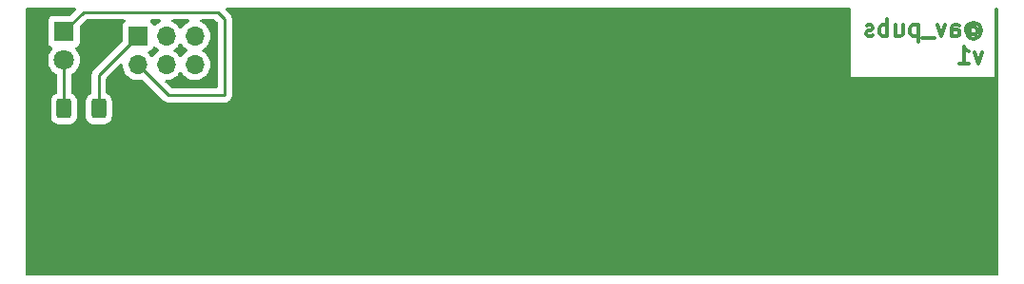
<source format=gbr>
G04 #@! TF.GenerationSoftware,KiCad,Pcbnew,(6.99.0-2452-gdb4f2d9dd8)*
G04 #@! TF.CreationDate,2022-08-01T22:38:18-05:00*
G04 #@! TF.ProjectId,PTP,5054502e-6b69-4636-9164-5f7063625858,rev?*
G04 #@! TF.SameCoordinates,Original*
G04 #@! TF.FileFunction,Copper,L2,Bot*
G04 #@! TF.FilePolarity,Positive*
%FSLAX46Y46*%
G04 Gerber Fmt 4.6, Leading zero omitted, Abs format (unit mm)*
G04 Created by KiCad (PCBNEW (6.99.0-2452-gdb4f2d9dd8)) date 2022-08-01 22:38:18*
%MOMM*%
%LPD*%
G01*
G04 APERTURE LIST*
G04 Aperture macros list*
%AMRoundRect*
0 Rectangle with rounded corners*
0 $1 Rounding radius*
0 $2 $3 $4 $5 $6 $7 $8 $9 X,Y pos of 4 corners*
0 Add a 4 corners polygon primitive as box body*
4,1,4,$2,$3,$4,$5,$6,$7,$8,$9,$2,$3,0*
0 Add four circle primitives for the rounded corners*
1,1,$1+$1,$2,$3*
1,1,$1+$1,$4,$5*
1,1,$1+$1,$6,$7*
1,1,$1+$1,$8,$9*
0 Add four rect primitives between the rounded corners*
20,1,$1+$1,$2,$3,$4,$5,0*
20,1,$1+$1,$4,$5,$6,$7,0*
20,1,$1+$1,$6,$7,$8,$9,0*
20,1,$1+$1,$8,$9,$2,$3,0*%
G04 Aperture macros list end*
%ADD10C,0.300000*%
G04 #@! TA.AperFunction,NonConductor*
%ADD11C,0.300000*%
G04 #@! TD*
G04 #@! TA.AperFunction,ComponentPad*
%ADD12C,1.800000*%
G04 #@! TD*
G04 #@! TA.AperFunction,ComponentPad*
%ADD13R,1.800000X1.800000*%
G04 #@! TD*
G04 #@! TA.AperFunction,ComponentPad*
%ADD14R,1.700000X1.700000*%
G04 #@! TD*
G04 #@! TA.AperFunction,ComponentPad*
%ADD15O,1.700000X1.700000*%
G04 #@! TD*
G04 #@! TA.AperFunction,SMDPad,CuDef*
%ADD16RoundRect,0.250000X-0.400000X-0.625000X0.400000X-0.625000X0.400000X0.625000X-0.400000X0.625000X0*%
G04 #@! TD*
G04 #@! TA.AperFunction,Conductor*
%ADD17C,0.250000*%
G04 #@! TD*
G04 APERTURE END LIST*
D10*
D11*
X177714285Y-80629285D02*
X177785714Y-80557857D01*
X177785714Y-80557857D02*
X177928571Y-80486428D01*
X177928571Y-80486428D02*
X178071428Y-80486428D01*
X178071428Y-80486428D02*
X178214285Y-80557857D01*
X178214285Y-80557857D02*
X178285714Y-80629285D01*
X178285714Y-80629285D02*
X178357142Y-80772142D01*
X178357142Y-80772142D02*
X178357142Y-80915000D01*
X178357142Y-80915000D02*
X178285714Y-81057857D01*
X178285714Y-81057857D02*
X178214285Y-81129285D01*
X178214285Y-81129285D02*
X178071428Y-81200714D01*
X178071428Y-81200714D02*
X177928571Y-81200714D01*
X177928571Y-81200714D02*
X177785714Y-81129285D01*
X177785714Y-81129285D02*
X177714285Y-81057857D01*
X177714285Y-80486428D02*
X177714285Y-81057857D01*
X177714285Y-81057857D02*
X177642857Y-81129285D01*
X177642857Y-81129285D02*
X177571428Y-81129285D01*
X177571428Y-81129285D02*
X177428571Y-81057857D01*
X177428571Y-81057857D02*
X177357142Y-80915000D01*
X177357142Y-80915000D02*
X177357142Y-80557857D01*
X177357142Y-80557857D02*
X177500000Y-80343571D01*
X177500000Y-80343571D02*
X177714285Y-80200714D01*
X177714285Y-80200714D02*
X178000000Y-80129285D01*
X178000000Y-80129285D02*
X178285714Y-80200714D01*
X178285714Y-80200714D02*
X178500000Y-80343571D01*
X178500000Y-80343571D02*
X178642857Y-80557857D01*
X178642857Y-80557857D02*
X178714285Y-80843571D01*
X178714285Y-80843571D02*
X178642857Y-81129285D01*
X178642857Y-81129285D02*
X178500000Y-81343571D01*
X178500000Y-81343571D02*
X178285714Y-81486428D01*
X178285714Y-81486428D02*
X178000000Y-81557857D01*
X178000000Y-81557857D02*
X177714285Y-81486428D01*
X177714285Y-81486428D02*
X177500000Y-81343571D01*
X176071429Y-81343571D02*
X176071429Y-80557857D01*
X176071429Y-80557857D02*
X176142857Y-80415000D01*
X176142857Y-80415000D02*
X176285714Y-80343571D01*
X176285714Y-80343571D02*
X176571429Y-80343571D01*
X176571429Y-80343571D02*
X176714286Y-80415000D01*
X176071429Y-81272142D02*
X176214286Y-81343571D01*
X176214286Y-81343571D02*
X176571429Y-81343571D01*
X176571429Y-81343571D02*
X176714286Y-81272142D01*
X176714286Y-81272142D02*
X176785714Y-81129285D01*
X176785714Y-81129285D02*
X176785714Y-80986428D01*
X176785714Y-80986428D02*
X176714286Y-80843571D01*
X176714286Y-80843571D02*
X176571429Y-80772142D01*
X176571429Y-80772142D02*
X176214286Y-80772142D01*
X176214286Y-80772142D02*
X176071429Y-80700714D01*
X175500000Y-80343571D02*
X175142857Y-81343571D01*
X175142857Y-81343571D02*
X174785714Y-80343571D01*
X174571429Y-81486428D02*
X173428571Y-81486428D01*
X173071429Y-80343571D02*
X173071429Y-81843571D01*
X173071429Y-80415000D02*
X172928572Y-80343571D01*
X172928572Y-80343571D02*
X172642857Y-80343571D01*
X172642857Y-80343571D02*
X172500000Y-80415000D01*
X172500000Y-80415000D02*
X172428572Y-80486428D01*
X172428572Y-80486428D02*
X172357143Y-80629285D01*
X172357143Y-80629285D02*
X172357143Y-81057857D01*
X172357143Y-81057857D02*
X172428572Y-81200714D01*
X172428572Y-81200714D02*
X172500000Y-81272142D01*
X172500000Y-81272142D02*
X172642857Y-81343571D01*
X172642857Y-81343571D02*
X172928572Y-81343571D01*
X172928572Y-81343571D02*
X173071429Y-81272142D01*
X171071429Y-80343571D02*
X171071429Y-81343571D01*
X171714286Y-80343571D02*
X171714286Y-81129285D01*
X171714286Y-81129285D02*
X171642857Y-81272142D01*
X171642857Y-81272142D02*
X171500000Y-81343571D01*
X171500000Y-81343571D02*
X171285714Y-81343571D01*
X171285714Y-81343571D02*
X171142857Y-81272142D01*
X171142857Y-81272142D02*
X171071429Y-81200714D01*
X170357143Y-81343571D02*
X170357143Y-79843571D01*
X170357143Y-80415000D02*
X170214286Y-80343571D01*
X170214286Y-80343571D02*
X169928571Y-80343571D01*
X169928571Y-80343571D02*
X169785714Y-80415000D01*
X169785714Y-80415000D02*
X169714286Y-80486428D01*
X169714286Y-80486428D02*
X169642857Y-80629285D01*
X169642857Y-80629285D02*
X169642857Y-81057857D01*
X169642857Y-81057857D02*
X169714286Y-81200714D01*
X169714286Y-81200714D02*
X169785714Y-81272142D01*
X169785714Y-81272142D02*
X169928571Y-81343571D01*
X169928571Y-81343571D02*
X170214286Y-81343571D01*
X170214286Y-81343571D02*
X170357143Y-81272142D01*
X169071428Y-81272142D02*
X168928571Y-81343571D01*
X168928571Y-81343571D02*
X168642857Y-81343571D01*
X168642857Y-81343571D02*
X168500000Y-81272142D01*
X168500000Y-81272142D02*
X168428571Y-81129285D01*
X168428571Y-81129285D02*
X168428571Y-81057857D01*
X168428571Y-81057857D02*
X168500000Y-80915000D01*
X168500000Y-80915000D02*
X168642857Y-80843571D01*
X168642857Y-80843571D02*
X168857143Y-80843571D01*
X168857143Y-80843571D02*
X169000000Y-80772142D01*
X169000000Y-80772142D02*
X169071428Y-80629285D01*
X169071428Y-80629285D02*
X169071428Y-80557857D01*
X169071428Y-80557857D02*
X169000000Y-80415000D01*
X169000000Y-80415000D02*
X168857143Y-80343571D01*
X168857143Y-80343571D02*
X168642857Y-80343571D01*
X168642857Y-80343571D02*
X168500000Y-80415000D01*
X178785714Y-82773571D02*
X178428571Y-83773571D01*
X178428571Y-83773571D02*
X178071428Y-82773571D01*
X176714285Y-83773571D02*
X177571428Y-83773571D01*
X177142857Y-83773571D02*
X177142857Y-82273571D01*
X177142857Y-82273571D02*
X177285714Y-82487857D01*
X177285714Y-82487857D02*
X177428571Y-82630714D01*
X177428571Y-82630714D02*
X177571428Y-82702142D01*
D12*
X97100000Y-83470000D03*
D13*
X97099999Y-80929999D03*
D14*
X103659999Y-81329999D03*
D15*
X103659999Y-83869999D03*
X106199999Y-81329999D03*
X106199999Y-83869999D03*
X108739999Y-81329999D03*
X108739999Y-83869999D03*
D16*
X97100000Y-87800000D03*
X100200000Y-87800000D03*
D17*
X103660000Y-83870000D02*
X106390000Y-86600000D01*
X111400000Y-86600000D02*
X111400000Y-79800000D01*
X106390000Y-86600000D02*
X111400000Y-86600000D01*
X111400000Y-79800000D02*
X110800000Y-79200000D01*
X98830000Y-79200000D02*
X97100000Y-80930000D01*
X110800000Y-79200000D02*
X98830000Y-79200000D01*
X100200000Y-87800000D02*
X100200000Y-84790000D01*
X100200000Y-84790000D02*
X103660000Y-81330000D01*
X97100000Y-83470000D02*
X97100000Y-87800000D01*
G04 #@! TA.AperFunction,NonConductor*
G36*
X105688330Y-79853502D02*
G01*
X105734823Y-79907158D01*
X105744927Y-79977432D01*
X105715433Y-80042012D01*
X105661121Y-80078673D01*
X105652426Y-80081658D01*
X105454424Y-80188811D01*
X105276760Y-80327094D01*
X105273228Y-80330931D01*
X105215755Y-80393362D01*
X105154901Y-80429933D01*
X105083937Y-80427798D01*
X105025392Y-80387636D01*
X105004998Y-80352056D01*
X104964038Y-80242239D01*
X104964037Y-80242237D01*
X104960889Y-80233796D01*
X104873261Y-80116739D01*
X104797958Y-80060367D01*
X104755411Y-80003533D01*
X104750346Y-79932717D01*
X104784371Y-79870405D01*
X104846684Y-79836380D01*
X104873467Y-79833500D01*
X105620209Y-79833500D01*
X105688330Y-79853502D01*
G37*
G04 #@! TD.AperFunction*
G04 #@! TA.AperFunction,NonConductor*
G36*
X108228330Y-79853502D02*
G01*
X108274823Y-79907158D01*
X108284927Y-79977432D01*
X108255433Y-80042012D01*
X108201121Y-80078673D01*
X108192426Y-80081658D01*
X107994424Y-80188811D01*
X107816760Y-80327094D01*
X107813228Y-80330931D01*
X107667806Y-80488899D01*
X107667803Y-80488903D01*
X107664278Y-80492732D01*
X107661427Y-80497096D01*
X107575483Y-80628643D01*
X107521479Y-80674732D01*
X107451132Y-80684307D01*
X107386774Y-80654330D01*
X107364517Y-80628643D01*
X107278573Y-80497096D01*
X107275722Y-80492732D01*
X107272197Y-80488903D01*
X107272194Y-80488899D01*
X107126772Y-80330931D01*
X107123240Y-80327094D01*
X106945576Y-80188811D01*
X106747574Y-80081658D01*
X106738879Y-80078673D01*
X106680944Y-80037636D01*
X106654392Y-79971791D01*
X106667653Y-79902044D01*
X106716518Y-79850539D01*
X106779791Y-79833500D01*
X108160209Y-79833500D01*
X108228330Y-79853502D01*
G37*
G04 #@! TD.AperFunction*
G04 #@! TA.AperFunction,NonConductor*
G36*
X107553226Y-82005670D02*
G01*
X107575483Y-82031357D01*
X107664278Y-82167268D01*
X107667803Y-82171097D01*
X107667806Y-82171101D01*
X107732511Y-82241388D01*
X107816760Y-82332906D01*
X107820879Y-82336112D01*
X107871103Y-82375203D01*
X107994424Y-82471189D01*
X108018951Y-82484462D01*
X108027680Y-82489186D01*
X108078071Y-82539199D01*
X108093423Y-82608516D01*
X108068863Y-82675129D01*
X108027681Y-82710813D01*
X107994424Y-82728811D01*
X107990313Y-82732010D01*
X107990311Y-82732012D01*
X107820879Y-82863888D01*
X107816760Y-82867094D01*
X107813228Y-82870931D01*
X107667806Y-83028899D01*
X107667803Y-83028903D01*
X107664278Y-83032732D01*
X107661427Y-83037096D01*
X107575483Y-83168643D01*
X107521479Y-83214732D01*
X107451132Y-83224307D01*
X107386774Y-83194330D01*
X107364517Y-83168643D01*
X107278573Y-83037096D01*
X107275722Y-83032732D01*
X107272197Y-83028903D01*
X107272194Y-83028899D01*
X107126772Y-82870931D01*
X107123240Y-82867094D01*
X107119121Y-82863888D01*
X106949689Y-82732012D01*
X106949687Y-82732010D01*
X106945576Y-82728811D01*
X106912320Y-82710814D01*
X106861929Y-82660801D01*
X106846577Y-82591484D01*
X106871137Y-82524871D01*
X106912320Y-82489186D01*
X106921050Y-82484462D01*
X106945576Y-82471189D01*
X107068898Y-82375203D01*
X107119121Y-82336112D01*
X107123240Y-82332906D01*
X107207489Y-82241388D01*
X107272194Y-82171101D01*
X107272197Y-82171097D01*
X107275722Y-82167268D01*
X107364517Y-82031357D01*
X107418521Y-81985268D01*
X107488868Y-81975693D01*
X107553226Y-82005670D01*
G37*
G04 #@! TD.AperFunction*
G04 #@! TA.AperFunction,NonConductor*
G36*
X105183439Y-82241388D02*
G01*
X105215755Y-82266638D01*
X105231775Y-82284040D01*
X105276760Y-82332906D01*
X105280879Y-82336112D01*
X105331103Y-82375203D01*
X105454424Y-82471189D01*
X105478951Y-82484462D01*
X105487680Y-82489186D01*
X105538071Y-82539199D01*
X105553423Y-82608516D01*
X105528863Y-82675129D01*
X105487681Y-82710813D01*
X105454424Y-82728811D01*
X105450313Y-82732010D01*
X105450311Y-82732012D01*
X105280879Y-82863888D01*
X105276760Y-82867094D01*
X105273228Y-82870931D01*
X105127806Y-83028899D01*
X105127803Y-83028903D01*
X105124278Y-83032732D01*
X105121427Y-83037096D01*
X105035483Y-83168643D01*
X104981479Y-83214732D01*
X104911132Y-83224307D01*
X104846774Y-83194330D01*
X104824517Y-83168643D01*
X104738573Y-83037096D01*
X104735722Y-83032732D01*
X104732197Y-83028903D01*
X104732194Y-83028899D01*
X104592525Y-82877180D01*
X104561104Y-82813515D01*
X104569091Y-82742969D01*
X104613949Y-82687940D01*
X104641191Y-82673787D01*
X104756204Y-82630889D01*
X104768536Y-82621658D01*
X104866050Y-82548659D01*
X104873261Y-82543261D01*
X104913741Y-82489186D01*
X104955489Y-82433418D01*
X104955490Y-82433416D01*
X104960889Y-82426204D01*
X105004998Y-82307944D01*
X105047545Y-82251108D01*
X105114065Y-82226297D01*
X105183439Y-82241388D01*
G37*
G04 #@! TD.AperFunction*
G04 #@! TA.AperFunction,NonConductor*
G36*
X110553527Y-79853502D02*
G01*
X110574501Y-79870405D01*
X110729595Y-80025499D01*
X110763621Y-80087811D01*
X110766500Y-80114594D01*
X110766500Y-85840500D01*
X110746498Y-85908621D01*
X110692842Y-85955114D01*
X110640500Y-85966500D01*
X106704595Y-85966500D01*
X106636474Y-85946498D01*
X106615499Y-85929595D01*
X106129500Y-85443595D01*
X106095475Y-85381283D01*
X106100540Y-85310467D01*
X106143087Y-85253632D01*
X106209607Y-85228821D01*
X106218596Y-85228500D01*
X106312569Y-85228500D01*
X106317704Y-85227643D01*
X106317706Y-85227643D01*
X106529496Y-85192302D01*
X106529501Y-85192301D01*
X106534635Y-85191444D01*
X106747574Y-85118342D01*
X106772979Y-85104594D01*
X106940995Y-85013668D01*
X106945576Y-85011189D01*
X106981151Y-84983500D01*
X107119121Y-84876112D01*
X107123240Y-84872906D01*
X107218025Y-84769943D01*
X107272194Y-84711101D01*
X107272197Y-84711097D01*
X107275722Y-84707268D01*
X107364517Y-84571357D01*
X107418521Y-84525268D01*
X107488868Y-84515693D01*
X107553226Y-84545670D01*
X107575483Y-84571357D01*
X107664278Y-84707268D01*
X107667803Y-84711097D01*
X107667806Y-84711101D01*
X107721975Y-84769943D01*
X107816760Y-84872906D01*
X107820879Y-84876112D01*
X107958850Y-84983500D01*
X107994424Y-85011189D01*
X107999005Y-85013668D01*
X108167022Y-85104594D01*
X108192426Y-85118342D01*
X108405365Y-85191444D01*
X108410499Y-85192301D01*
X108410504Y-85192302D01*
X108622294Y-85227643D01*
X108622296Y-85227643D01*
X108627431Y-85228500D01*
X108852569Y-85228500D01*
X108857704Y-85227643D01*
X108857706Y-85227643D01*
X109069496Y-85192302D01*
X109069501Y-85192301D01*
X109074635Y-85191444D01*
X109287574Y-85118342D01*
X109312979Y-85104594D01*
X109480995Y-85013668D01*
X109485576Y-85011189D01*
X109521151Y-84983500D01*
X109659121Y-84876112D01*
X109663240Y-84872906D01*
X109758025Y-84769943D01*
X109812194Y-84711101D01*
X109812197Y-84711097D01*
X109815722Y-84707268D01*
X109878058Y-84611855D01*
X109936008Y-84523157D01*
X109936010Y-84523153D01*
X109938860Y-84518791D01*
X109942283Y-84510989D01*
X110027200Y-84317394D01*
X110029296Y-84312616D01*
X110084564Y-84094368D01*
X110098694Y-83923854D01*
X110102726Y-83875189D01*
X110103156Y-83870000D01*
X110089287Y-83702626D01*
X110084995Y-83650828D01*
X110084994Y-83650823D01*
X110084564Y-83645632D01*
X110083283Y-83640573D01*
X110030578Y-83432446D01*
X110030578Y-83432445D01*
X110029296Y-83427384D01*
X109938860Y-83221209D01*
X109934629Y-83214732D01*
X109818573Y-83037096D01*
X109815722Y-83032732D01*
X109812197Y-83028903D01*
X109812194Y-83028899D01*
X109666772Y-82870931D01*
X109663240Y-82867094D01*
X109659121Y-82863888D01*
X109489689Y-82732012D01*
X109489687Y-82732010D01*
X109485576Y-82728811D01*
X109452320Y-82710814D01*
X109401929Y-82660801D01*
X109386577Y-82591484D01*
X109411137Y-82524871D01*
X109452320Y-82489186D01*
X109461050Y-82484462D01*
X109485576Y-82471189D01*
X109608898Y-82375203D01*
X109659121Y-82336112D01*
X109663240Y-82332906D01*
X109747489Y-82241388D01*
X109812194Y-82171101D01*
X109812197Y-82171097D01*
X109815722Y-82167268D01*
X109921299Y-82005670D01*
X109936008Y-81983157D01*
X109936010Y-81983153D01*
X109938860Y-81978791D01*
X109981322Y-81881988D01*
X110027200Y-81777394D01*
X110029296Y-81772616D01*
X110084564Y-81554368D01*
X110103156Y-81330000D01*
X110084564Y-81105632D01*
X110029296Y-80887384D01*
X109938860Y-80681209D01*
X109934629Y-80674732D01*
X109818573Y-80497096D01*
X109815722Y-80492732D01*
X109812197Y-80488903D01*
X109812194Y-80488899D01*
X109666772Y-80330931D01*
X109663240Y-80327094D01*
X109485576Y-80188811D01*
X109287574Y-80081658D01*
X109278879Y-80078673D01*
X109220944Y-80037636D01*
X109194392Y-79971791D01*
X109207653Y-79902044D01*
X109256518Y-79850539D01*
X109319791Y-79833500D01*
X110485406Y-79833500D01*
X110553527Y-79853502D01*
G37*
G04 #@! TD.AperFunction*
G04 #@! TA.AperFunction,NonConductor*
G36*
X98097526Y-78820502D02*
G01*
X98144019Y-78874158D01*
X98154123Y-78944432D01*
X98124629Y-79009012D01*
X98118500Y-79015595D01*
X97649500Y-79484595D01*
X97587188Y-79518621D01*
X97560405Y-79521500D01*
X96151362Y-79521500D01*
X96148015Y-79521860D01*
X96148012Y-79521860D01*
X96127705Y-79524043D01*
X96090799Y-79528011D01*
X95953796Y-79579111D01*
X95946584Y-79584510D01*
X95946582Y-79584511D01*
X95933145Y-79594570D01*
X95836739Y-79666739D01*
X95831341Y-79673950D01*
X95766817Y-79760144D01*
X95749111Y-79783796D01*
X95698011Y-79920799D01*
X95697169Y-79928633D01*
X95691923Y-79977432D01*
X95691500Y-79981362D01*
X95691500Y-81878638D01*
X95698011Y-81939201D01*
X95749111Y-82076204D01*
X95836739Y-82193261D01*
X95953796Y-82280889D01*
X95962238Y-82284038D01*
X95962242Y-82284040D01*
X96021174Y-82306021D01*
X96078009Y-82348567D01*
X96102820Y-82415088D01*
X96087728Y-82484462D01*
X96069844Y-82509411D01*
X96045321Y-82536050D01*
X95988214Y-82598084D01*
X95988211Y-82598088D01*
X95984686Y-82601917D01*
X95981835Y-82606281D01*
X95928485Y-82687940D01*
X95857016Y-82797331D01*
X95763251Y-83011093D01*
X95761973Y-83016141D01*
X95761971Y-83016146D01*
X95709258Y-83224307D01*
X95705949Y-83237374D01*
X95686673Y-83470000D01*
X95705949Y-83702626D01*
X95707230Y-83707684D01*
X95707230Y-83707685D01*
X95749648Y-83875189D01*
X95763251Y-83928907D01*
X95857016Y-84142669D01*
X95984686Y-84338083D01*
X95988211Y-84341912D01*
X95988214Y-84341916D01*
X96094975Y-84457889D01*
X96142780Y-84509818D01*
X96146892Y-84513019D01*
X96146898Y-84513024D01*
X96322870Y-84649989D01*
X96326983Y-84653190D01*
X96331567Y-84655671D01*
X96331569Y-84655672D01*
X96400470Y-84692960D01*
X96450860Y-84742973D01*
X96466500Y-84803773D01*
X96466500Y-86362329D01*
X96446498Y-86430450D01*
X96392842Y-86476943D01*
X96387635Y-86478988D01*
X96384228Y-86480577D01*
X96377262Y-86482885D01*
X96226348Y-86575970D01*
X96100970Y-86701348D01*
X96097117Y-86707595D01*
X96097116Y-86707596D01*
X96075799Y-86742157D01*
X96007885Y-86852262D01*
X95996127Y-86887745D01*
X95956605Y-87007018D01*
X95952113Y-87020574D01*
X95951415Y-87027408D01*
X95951414Y-87027412D01*
X95941825Y-87121270D01*
X95941500Y-87124455D01*
X95941501Y-88475544D01*
X95952113Y-88579426D01*
X96007885Y-88747738D01*
X96100970Y-88898652D01*
X96226348Y-89024030D01*
X96377262Y-89117115D01*
X96440807Y-89138171D01*
X96539048Y-89170725D01*
X96539052Y-89170726D01*
X96545574Y-89172887D01*
X96552408Y-89173585D01*
X96552412Y-89173586D01*
X96646271Y-89183175D01*
X96646277Y-89183175D01*
X96649455Y-89183500D01*
X97099929Y-89183500D01*
X97550544Y-89183499D01*
X97553721Y-89183174D01*
X97553730Y-89183174D01*
X97602467Y-89178195D01*
X97654426Y-89172887D01*
X97822738Y-89117115D01*
X97973652Y-89024030D01*
X98099030Y-88898652D01*
X98192115Y-88747738D01*
X98247887Y-88579426D01*
X98258500Y-88475545D01*
X98258499Y-87124456D01*
X98258086Y-87120407D01*
X98252950Y-87070134D01*
X98247887Y-87020574D01*
X98192115Y-86852262D01*
X98124201Y-86742157D01*
X98102884Y-86707596D01*
X98102883Y-86707595D01*
X98099030Y-86701348D01*
X97973652Y-86575970D01*
X97822738Y-86482885D01*
X97815774Y-86480577D01*
X97809121Y-86477475D01*
X97810172Y-86475221D01*
X97761496Y-86441520D01*
X97734240Y-86375964D01*
X97733500Y-86362329D01*
X97733500Y-84803773D01*
X97753502Y-84735652D01*
X97799530Y-84692960D01*
X97868431Y-84655672D01*
X97868433Y-84655671D01*
X97873017Y-84653190D01*
X97877130Y-84649989D01*
X98053102Y-84513024D01*
X98053108Y-84513019D01*
X98057220Y-84509818D01*
X98105025Y-84457889D01*
X98211786Y-84341916D01*
X98211789Y-84341912D01*
X98215314Y-84338083D01*
X98342984Y-84142669D01*
X98436749Y-83928907D01*
X98450353Y-83875189D01*
X98492770Y-83707685D01*
X98492770Y-83707684D01*
X98494051Y-83702626D01*
X98513327Y-83470000D01*
X98494051Y-83237374D01*
X98490742Y-83224307D01*
X98438029Y-83016146D01*
X98438027Y-83016141D01*
X98436749Y-83011093D01*
X98342984Y-82797331D01*
X98271516Y-82687940D01*
X98218165Y-82606281D01*
X98215314Y-82601917D01*
X98211789Y-82598088D01*
X98211786Y-82598084D01*
X98154679Y-82536050D01*
X98130157Y-82509413D01*
X98098737Y-82445749D01*
X98106724Y-82375203D01*
X98151582Y-82320174D01*
X98178826Y-82306021D01*
X98237758Y-82284040D01*
X98237762Y-82284038D01*
X98246204Y-82280889D01*
X98363261Y-82193261D01*
X98450889Y-82076204D01*
X98501989Y-81939201D01*
X98508500Y-81878638D01*
X98508500Y-80469594D01*
X98528502Y-80401473D01*
X98545405Y-80380499D01*
X99055499Y-79870405D01*
X99117811Y-79836379D01*
X99144594Y-79833500D01*
X102446533Y-79833500D01*
X102514654Y-79853502D01*
X102561147Y-79907158D01*
X102571251Y-79977432D01*
X102541757Y-80042012D01*
X102522043Y-80060367D01*
X102446739Y-80116739D01*
X102359111Y-80233796D01*
X102308011Y-80370799D01*
X102301500Y-80431362D01*
X102301500Y-81740406D01*
X102281498Y-81808527D01*
X102264595Y-81829501D01*
X99807747Y-84286348D01*
X99799461Y-84293888D01*
X99792982Y-84298000D01*
X99787557Y-84303777D01*
X99746357Y-84347651D01*
X99743602Y-84350493D01*
X99723865Y-84370230D01*
X99721385Y-84373427D01*
X99713682Y-84382447D01*
X99683414Y-84414679D01*
X99679595Y-84421625D01*
X99679593Y-84421628D01*
X99673652Y-84432434D01*
X99662801Y-84448953D01*
X99650386Y-84464959D01*
X99647241Y-84472228D01*
X99647238Y-84472232D01*
X99632826Y-84505537D01*
X99627609Y-84516187D01*
X99606305Y-84554940D01*
X99604334Y-84562615D01*
X99604334Y-84562616D01*
X99601267Y-84574562D01*
X99594863Y-84593266D01*
X99586819Y-84611855D01*
X99585580Y-84619678D01*
X99585577Y-84619688D01*
X99579901Y-84655524D01*
X99577495Y-84667144D01*
X99566500Y-84709970D01*
X99566500Y-84730224D01*
X99564949Y-84749934D01*
X99561780Y-84769943D01*
X99562526Y-84777835D01*
X99565941Y-84813961D01*
X99566500Y-84825819D01*
X99566500Y-86362329D01*
X99546498Y-86430450D01*
X99492842Y-86476943D01*
X99487635Y-86478988D01*
X99484228Y-86480577D01*
X99477262Y-86482885D01*
X99326348Y-86575970D01*
X99200970Y-86701348D01*
X99197117Y-86707595D01*
X99197116Y-86707596D01*
X99175799Y-86742157D01*
X99107885Y-86852262D01*
X99096127Y-86887745D01*
X99056605Y-87007018D01*
X99052113Y-87020574D01*
X99051415Y-87027408D01*
X99051414Y-87027412D01*
X99041825Y-87121270D01*
X99041500Y-87124455D01*
X99041501Y-88475544D01*
X99052113Y-88579426D01*
X99107885Y-88747738D01*
X99200970Y-88898652D01*
X99326348Y-89024030D01*
X99477262Y-89117115D01*
X99540807Y-89138171D01*
X99639048Y-89170725D01*
X99639052Y-89170726D01*
X99645574Y-89172887D01*
X99652408Y-89173585D01*
X99652412Y-89173586D01*
X99746271Y-89183175D01*
X99746277Y-89183175D01*
X99749455Y-89183500D01*
X100199929Y-89183500D01*
X100650544Y-89183499D01*
X100653721Y-89183174D01*
X100653730Y-89183174D01*
X100702467Y-89178195D01*
X100754426Y-89172887D01*
X100922738Y-89117115D01*
X101073652Y-89024030D01*
X101199030Y-88898652D01*
X101292115Y-88747738D01*
X101347887Y-88579426D01*
X101358500Y-88475545D01*
X101358499Y-87124456D01*
X101358086Y-87120407D01*
X101352950Y-87070134D01*
X101347887Y-87020574D01*
X101292115Y-86852262D01*
X101224201Y-86742157D01*
X101202884Y-86707596D01*
X101202883Y-86707595D01*
X101199030Y-86701348D01*
X101073652Y-86575970D01*
X100922738Y-86482885D01*
X100915774Y-86480577D01*
X100909121Y-86477475D01*
X100910172Y-86475221D01*
X100861496Y-86441520D01*
X100834240Y-86375964D01*
X100833500Y-86362329D01*
X100833500Y-85104594D01*
X100853502Y-85036473D01*
X100870405Y-85015499D01*
X102083129Y-83802776D01*
X102145441Y-83768750D01*
X102216257Y-83773815D01*
X102273092Y-83816362D01*
X102297794Y-83881466D01*
X102302121Y-83933679D01*
X102315436Y-84094368D01*
X102370704Y-84312616D01*
X102372800Y-84317394D01*
X102457718Y-84510989D01*
X102461140Y-84518791D01*
X102463990Y-84523153D01*
X102463992Y-84523157D01*
X102521942Y-84611855D01*
X102584278Y-84707268D01*
X102587803Y-84711097D01*
X102587806Y-84711101D01*
X102641975Y-84769943D01*
X102736760Y-84872906D01*
X102740879Y-84876112D01*
X102878850Y-84983500D01*
X102914424Y-85011189D01*
X102919005Y-85013668D01*
X103087022Y-85104594D01*
X103112426Y-85118342D01*
X103325365Y-85191444D01*
X103330499Y-85192301D01*
X103330504Y-85192302D01*
X103542294Y-85227643D01*
X103542296Y-85227643D01*
X103547431Y-85228500D01*
X103772569Y-85228500D01*
X103777704Y-85227643D01*
X103777706Y-85227643D01*
X103989501Y-85192301D01*
X103989504Y-85192300D01*
X103994635Y-85191444D01*
X103997924Y-85190315D01*
X104068364Y-85192965D01*
X104117442Y-85223346D01*
X105886348Y-86992253D01*
X105893888Y-87000539D01*
X105898000Y-87007018D01*
X105903777Y-87012443D01*
X105947651Y-87053643D01*
X105950493Y-87056398D01*
X105970230Y-87076135D01*
X105973427Y-87078615D01*
X105982447Y-87086318D01*
X106014679Y-87116586D01*
X106021625Y-87120405D01*
X106021628Y-87120407D01*
X106032434Y-87126348D01*
X106048953Y-87137199D01*
X106064959Y-87149614D01*
X106072228Y-87152759D01*
X106072232Y-87152762D01*
X106105537Y-87167174D01*
X106116187Y-87172391D01*
X106154940Y-87193695D01*
X106162615Y-87195666D01*
X106162616Y-87195666D01*
X106174562Y-87198733D01*
X106193267Y-87205137D01*
X106211855Y-87213181D01*
X106219678Y-87214420D01*
X106219688Y-87214423D01*
X106255524Y-87220099D01*
X106267144Y-87222505D01*
X106302289Y-87231528D01*
X106309970Y-87233500D01*
X106330224Y-87233500D01*
X106349934Y-87235051D01*
X106369943Y-87238220D01*
X106377835Y-87237474D01*
X106389263Y-87236394D01*
X106413962Y-87234059D01*
X106425819Y-87233500D01*
X111328207Y-87233500D01*
X111351816Y-87235732D01*
X111352119Y-87235790D01*
X111352123Y-87235790D01*
X111359906Y-87237275D01*
X111415951Y-87233749D01*
X111423862Y-87233500D01*
X111439856Y-87233500D01*
X111455730Y-87231494D01*
X111463590Y-87230752D01*
X111491049Y-87229024D01*
X111511737Y-87227723D01*
X111511738Y-87227723D01*
X111519650Y-87227225D01*
X111527191Y-87224775D01*
X111527487Y-87224679D01*
X111550631Y-87219506D01*
X111550935Y-87219468D01*
X111550940Y-87219467D01*
X111558797Y-87218474D01*
X111566162Y-87215558D01*
X111566166Y-87215557D01*
X111611011Y-87197801D01*
X111618430Y-87195129D01*
X111671875Y-87177764D01*
X111678572Y-87173514D01*
X111678831Y-87173350D01*
X111699958Y-87162585D01*
X111700246Y-87162471D01*
X111700251Y-87162468D01*
X111707617Y-87159552D01*
X111714025Y-87154896D01*
X111714031Y-87154893D01*
X111753052Y-87126542D01*
X111759589Y-87122099D01*
X111807018Y-87092000D01*
X111812659Y-87085993D01*
X111830446Y-87070312D01*
X111830691Y-87070134D01*
X111830693Y-87070132D01*
X111837107Y-87065472D01*
X111868594Y-87027412D01*
X111872903Y-87022204D01*
X111878134Y-87016270D01*
X111911158Y-86981102D01*
X111911160Y-86981099D01*
X111916586Y-86975321D01*
X111920558Y-86968097D01*
X111933881Y-86948494D01*
X111934080Y-86948254D01*
X111934084Y-86948247D01*
X111939133Y-86942144D01*
X111963047Y-86891324D01*
X111966629Y-86884292D01*
X111993695Y-86835060D01*
X111995665Y-86827385D01*
X111995668Y-86827379D01*
X111995744Y-86827081D01*
X112003776Y-86804772D01*
X112003906Y-86804497D01*
X112003909Y-86804489D01*
X112007283Y-86797318D01*
X112017806Y-86742151D01*
X112019532Y-86734429D01*
X112031529Y-86687707D01*
X112031529Y-86687706D01*
X112033500Y-86680030D01*
X112033500Y-86671793D01*
X112035732Y-86648184D01*
X112035790Y-86647881D01*
X112035790Y-86647877D01*
X112037275Y-86640094D01*
X112033749Y-86584049D01*
X112033500Y-86576138D01*
X112033500Y-79878767D01*
X112034027Y-79867584D01*
X112035702Y-79860091D01*
X112033562Y-79792014D01*
X112033500Y-79788055D01*
X112033500Y-79760144D01*
X112032995Y-79756144D01*
X112032062Y-79744301D01*
X112030922Y-79708029D01*
X112030673Y-79700110D01*
X112025022Y-79680658D01*
X112021014Y-79661306D01*
X112019467Y-79649063D01*
X112018474Y-79641203D01*
X112015556Y-79633832D01*
X112002200Y-79600097D01*
X111998355Y-79588870D01*
X111997721Y-79586687D01*
X111986018Y-79546407D01*
X111975707Y-79528972D01*
X111967012Y-79511224D01*
X111959552Y-79492383D01*
X111933564Y-79456613D01*
X111927048Y-79446693D01*
X111908580Y-79415465D01*
X111908578Y-79415462D01*
X111904542Y-79408638D01*
X111890221Y-79394317D01*
X111877380Y-79379283D01*
X111870132Y-79369307D01*
X111865472Y-79362893D01*
X111831407Y-79334712D01*
X111822626Y-79326722D01*
X111511500Y-79015595D01*
X111477475Y-78953283D01*
X111482540Y-78882467D01*
X111525087Y-78825632D01*
X111591607Y-78800821D01*
X111600596Y-78800500D01*
X166983357Y-78800500D01*
X167051478Y-78820502D01*
X167097971Y-78874158D01*
X167109357Y-78926500D01*
X167109357Y-84983500D01*
X179883500Y-84983500D01*
X179883500Y-78926500D01*
X179903502Y-78858379D01*
X179957158Y-78811886D01*
X180009500Y-78800500D01*
X180073500Y-78800500D01*
X180141621Y-78820502D01*
X180188114Y-78874158D01*
X180199500Y-78926500D01*
X180199500Y-102573500D01*
X180179498Y-102641621D01*
X180125842Y-102688114D01*
X180073500Y-102699500D01*
X93826500Y-102699500D01*
X93758379Y-102679498D01*
X93711886Y-102625842D01*
X93700500Y-102573500D01*
X93700500Y-78926500D01*
X93720502Y-78858379D01*
X93774158Y-78811886D01*
X93826500Y-78800500D01*
X98029405Y-78800500D01*
X98097526Y-78820502D01*
G37*
G04 #@! TD.AperFunction*
M02*

</source>
